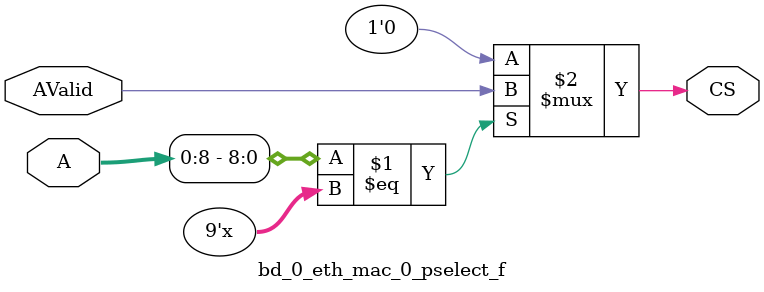
<source format=v>
`timescale 1 ps/1 ps

module bd_0_eth_mac_0_pselect_f ( A, AValid, CS) ;

parameter C_AB  = 9;
parameter C_AW  = 32;
parameter [0:C_AW - 1] C_BAR =  'bz;
parameter C_FAMILY  = "nofamily";
input[0:C_AW-1] A; 
input AValid; 
output CS; 
wire CS;
parameter [0:C_AB-1]BAR = C_BAR[0:C_AB-1];

//----------------------------------------------------------------------------
// Build a behavioral decoder
//----------------------------------------------------------------------------
generate
if (C_AB > 0) begin : XST_WA
assign CS = (A[0:C_AB - 1] == BAR[0:C_AB - 1]) ? AValid : 1'b0 ;
end
endgenerate

generate
if (C_AB == 0) begin : PASS_ON_GEN
assign CS = AValid ;
end
endgenerate
endmodule

</source>
